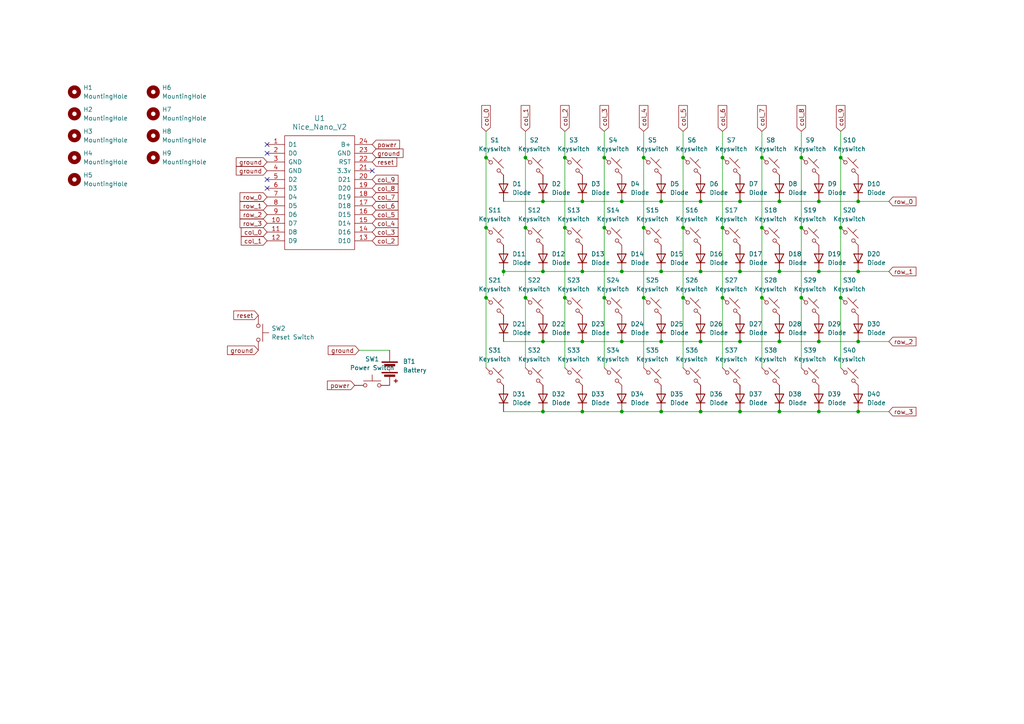
<source format=kicad_sch>
(kicad_sch (version 20250114) (generator "eeschema") (generator_version "9.0")
  (paper "A4")
  (lib_symbols
    (symbol "Device:Battery" (pin_numbers (hide yes)) (pin_names (offset 0) (hide yes))
      (property "Reference" "BT1" (at 3.81 1.8415 0))
      (property "Value" "Battery" (at 3.81 -0.6985 0))
      (symbol "Battery_0_1"
        (rectangle (start -2.286 1.778) (end 2.286 1.524) (fill (type outline)))
        (rectangle (start -2.286 -1.27) (end 2.286 -1.524) (fill (type outline)))
        (rectangle (start -1.524 1.016) (end 1.524 0.508) (fill (type outline)))
        (rectangle (start -1.524 -2.032) (end 1.524 -2.54) (fill (type outline)))
        (polyline (pts (xy 0 1.778) (xy 0 2.54)))
        (polyline (pts (xy 0 0) (xy 0 0.254)))
        (polyline (pts (xy 0 -0.508) (xy 0 -0.254)))
        (polyline (pts (xy 0 -1.016) (xy 0 -0.762)))
        (polyline (pts (xy 1.27 -3.81) (xy 2.286 -3.81)) (stroke (width 0.254)))
        (polyline (pts (xy 1.778 -3.302) (xy 1.778 -4.318)) (stroke (width 0.254)))
      )
      (symbol "Battery_1_1"
        (pin passive line (at 0 5.08 270) (length 2.54) (name "+") (number "1"))
        (pin passive line (at 0 -5.08 90) (length 2.54) (name "-") (number "2"))
      )
    )
    (symbol "Mechanical:MountingHole" (pin_names (offset 1.016))
      (property "Reference" "H" (at 0 5.08 0))
      (property "Value" "MountingHole" (at 0 3.175 0))
      (symbol "MountingHole_0_1"
        (circle (center 0 0) (radius 1.27) (stroke (width 1.27)))
      )
    )
    (symbol "ScottoKeebs:MCU_Nice_Nano_V2" (pin_names (offset 1.016))
      (property "Reference" "U" (at 0 0 0))
      (property "Value" "Nice_Nano_V2" (at 0 -19.05 0))
      (symbol "MCU_Nice_Nano_V2_0_1"
        (rectangle (start -10.16 16.51) (end 10.16 -16.51))
      )
      (symbol "MCU_Nice_Nano_V2_1_1"
        (pin input line (at -15.24 13.97 0) (length 5.08) (name "D1") (number "1"))
        (pin input line (at -15.24 11.43 0) (length 5.08) (name "D0") (number "2"))
        (pin input line (at -15.24 8.89 0) (length 5.08) (name "GND") (number "3"))
        (pin input line (at -15.24 6.35 0) (length 5.08) (name "GND") (number "4"))
        (pin input line (at -15.24 3.81 0) (length 5.08) (name "D2") (number "5"))
        (pin input line (at -15.24 1.27 0) (length 5.08) (name "D3") (number "6"))
        (pin input line (at -15.24 -1.27 0) (length 5.08) (name "D4") (number "7"))
        (pin input line (at -15.24 -3.81 0) (length 5.08) (name "D5") (number "8"))
        (pin input line (at -15.24 -6.35 0) (length 5.08) (name "D6") (number "9"))
        (pin input line (at -15.24 -8.89 0) (length 5.08) (name "D7") (number "10"))
        (pin input line (at -15.24 -11.43 0) (length 5.08) (name "D8") (number "11"))
        (pin input line (at -15.24 -13.97 0) (length 5.08) (name "D9") (number "12"))
        (pin input line (at 15.24 13.97 180) (length 5.08) (name "B+") (number "24"))
        (pin input line (at 15.24 11.43 180) (length 5.08) (name "GND") (number "23"))
        (pin input line (at 15.24 8.89 180) (length 5.08) (name "RST") (number "22"))
        (pin input line (at 15.24 6.35 180) (length 5.08) (name "3.3v") (number "21"))
        (pin input line (at 15.24 3.81 180) (length 5.08) (name "D21") (number "20"))
        (pin input line (at 15.24 1.27 180) (length 5.08) (name "D20") (number "19"))
        (pin input line (at 15.24 -1.27 180) (length 5.08) (name "D19") (number "18"))
        (pin input line (at 15.24 -3.81 180) (length 5.08) (name "D18") (number "17"))
        (pin input line (at 15.24 -6.35 180) (length 5.08) (name "D15") (number "16"))
        (pin input line (at 15.24 -8.89 180) (length 5.08) (name "D14") (number "15"))
        (pin input line (at 15.24 -11.43 180) (length 5.08) (name "D16") (number "14"))
        (pin input line (at 15.24 -13.97 180) (length 5.08) (name "D10") (number "13"))
      )
    )
    (symbol "ScottoKeebs:Placeholder_Diode" (pin_numbers (hide yes)) (pin_names (hide yes))
      (property "Reference" "D" (at 0 2.54 0))
      (property "Value" "Diode" (at 0 -2.54 0))
      (symbol "Placeholder_Diode_0_1"
        (polyline (pts (xy -1.27 1.27) (xy -1.27 -1.27)) (stroke (width 0.254)))
        (polyline (pts (xy 1.27 1.27) (xy 1.27 -1.27) (xy -1.27 0) (xy 1.27 1.27)) (stroke (width 0.254)))
        (polyline (pts (xy 1.27 0) (xy -1.27 0)))
      )
      (symbol "Placeholder_Diode_1_1"
        (pin passive line (at -3.81 0 0) (length 2.54) (name "K") (number "1"))
        (pin passive line (at 3.81 0 180) (length 2.54) (name "A") (number "2"))
      )
    )
    (symbol "ScottoKeebs:Placeholder_Keyswitch" (pin_numbers (hide yes)) (pin_names (offset 1.016) (hide yes))
      (property "Reference" "S" (at 3.048 1.016 0))
      (property "Value" "Keyswitch" (at 0 -3.81 0))
      (symbol "Placeholder_Keyswitch_0_1"
        (polyline (pts (xy -2.54 2.54) (xy -1.524 1.524) (xy -1.524 1.524)))
        (circle (center -1.1684 1.1684) (radius 0.508))
        (polyline (pts (xy -0.508 2.54) (xy 2.54 -0.508)))
        (polyline (pts (xy 1.016 1.016) (xy 2.032 2.032)))
        (circle (center 1.143 -1.1938) (radius 0.508))
        (polyline (pts (xy 1.524 -1.524) (xy 2.54 -2.54) (xy 2.54 -2.54) (xy 2.54 -2.54)))
        (pin passive line (at -2.54 2.54 0) (length 0) (name "1") (number "1"))
        (pin passive line (at 2.54 -2.54 180) (length 0) (name "2") (number "2"))
      )
    )
    (symbol "ScottoKeebs:Placeholder_Switch" (pin_numbers (hide yes)) (pin_names (offset 1.016) (hide yes))
      (property "Reference" "SW" (at 1.27 2.54 0))
      (property "Value" "Switch" (at 0 -1.524 0))
      (symbol "Placeholder_Switch_0_1"
        (circle (center -2.032 0) (radius 0.508))
        (polyline (pts (xy 0 1.27) (xy 0 3.048)))
        (circle (center 2.032 0) (radius 0.508))
        (polyline (pts (xy 2.54 1.27) (xy -2.54 1.27)))
        (pin passive line (at -5.08 0 0) (length 2.54) (name "1") (number "1"))
        (pin passive line (at 5.08 0 180) (length 2.54) (name "2") (number "2"))
      )
    )
  )
  (junction (at 248.92 99.06))
  (junction (at 214.63 99.06))
  (junction (at 140.97 66.04))
  (junction (at 198.12 66.04))
  (junction (at 163.83 45.72))
  (junction (at 168.91 99.06))
  (junction (at 180.34 119.38))
  (junction (at 226.06 99.06))
  (junction (at 163.83 86.36))
  (junction (at 220.98 86.36))
  (junction (at 163.83 66.04))
  (junction (at 191.77 99.06))
  (junction (at 209.55 86.36))
  (junction (at 243.84 45.72))
  (junction (at 226.06 78.74))
  (junction (at 203.2 78.74))
  (junction (at 248.92 78.74))
  (junction (at 232.41 66.04))
  (junction (at 237.49 78.74))
  (junction (at 214.63 119.38))
  (junction (at 191.77 78.74))
  (junction (at 157.48 78.74))
  (junction (at 157.48 58.42))
  (junction (at 180.34 58.42))
  (junction (at 175.26 86.36))
  (junction (at 248.92 119.38))
  (junction (at 209.55 45.72))
  (junction (at 248.92 58.42))
  (junction (at 198.12 45.72))
  (junction (at 226.06 58.42))
  (junction (at 157.48 119.38))
  (junction (at 203.2 58.42))
  (junction (at 180.34 99.06))
  (junction (at 146.05 78.74))
  (junction (at 203.2 99.06))
  (junction (at 243.84 66.04))
  (junction (at 186.69 66.04))
  (junction (at 237.49 58.42))
  (junction (at 209.55 66.04))
  (junction (at 220.98 66.04))
  (junction (at 140.97 86.36))
  (junction (at 186.69 86.36))
  (junction (at 152.4 66.04))
  (junction (at 220.98 45.72))
  (junction (at 168.91 78.74))
  (junction (at 140.97 45.72))
  (junction (at 243.84 86.36))
  (junction (at 180.34 78.74))
  (junction (at 232.41 86.36))
  (junction (at 232.41 45.72))
  (junction (at 214.63 78.74))
  (junction (at 152.4 45.72))
  (junction (at 175.26 45.72))
  (junction (at 198.12 86.36))
  (junction (at 152.4 86.36))
  (junction (at 168.91 58.42))
  (junction (at 237.49 99.06))
  (junction (at 226.06 119.38))
  (junction (at 191.77 58.42))
  (junction (at 214.63 58.42))
  (junction (at 157.48 99.06))
  (junction (at 203.2 119.38))
  (junction (at 186.69 45.72))
  (junction (at 175.26 66.04))
  (junction (at 168.91 119.38))
  (junction (at 237.49 119.38))
  (junction (at 191.77 119.38))
  (no_connect (at 77.47 44.45))
  (no_connect (at 77.47 54.61))
  (no_connect (at 77.47 41.91))
  (no_connect (at 107.95 49.53))
  (no_connect (at 77.47 52.07))
  (wire (pts (xy 214.63 58.42) (xy 226.06 58.42)))
  (wire (pts (xy 232.41 86.36) (xy 232.41 106.68)))
  (wire (pts (xy 243.84 86.36) (xy 243.84 106.68)))
  (wire (pts (xy 175.26 38.1) (xy 175.26 45.72)))
  (wire (pts (xy 203.2 78.74) (xy 191.77 78.74)))
  (wire (pts (xy 237.49 78.74) (xy 226.06 78.74)))
  (wire (pts (xy 146.05 58.42) (xy 157.48 58.42)))
  (wire (pts (xy 152.4 86.36) (xy 152.4 106.68)))
  (wire (pts (xy 248.92 99.06) (xy 257.81 99.06)))
  (wire (pts (xy 220.98 66.04) (xy 220.98 86.36)))
  (wire (pts (xy 157.48 119.38) (xy 168.91 119.38)))
  (wire (pts (xy 248.92 119.38) (xy 257.81 119.38)))
  (wire (pts (xy 157.48 99.06) (xy 168.91 99.06)))
  (wire (pts (xy 104.14 101.6) (xy 113.03 101.6)))
  (wire (pts (xy 209.55 66.04) (xy 209.55 86.36)))
  (wire (pts (xy 237.49 99.06) (xy 248.92 99.06)))
  (wire (pts (xy 180.34 119.38) (xy 191.77 119.38)))
  (wire (pts (xy 152.4 45.72) (xy 152.4 66.04)))
  (wire (pts (xy 214.63 99.06) (xy 226.06 99.06)))
  (wire (pts (xy 232.41 66.04) (xy 232.41 86.36)))
  (wire (pts (xy 243.84 45.72) (xy 243.84 66.04)))
  (wire (pts (xy 198.12 66.04) (xy 198.12 86.36)))
  (wire (pts (xy 191.77 78.74) (xy 180.34 78.74)))
  (wire (pts (xy 243.84 66.04) (xy 243.84 86.36)))
  (wire (pts (xy 186.69 38.1) (xy 186.69 45.72)))
  (wire (pts (xy 226.06 58.42) (xy 237.49 58.42)))
  (wire (pts (xy 203.2 99.06) (xy 214.63 99.06)))
  (wire (pts (xy 198.12 45.72) (xy 198.12 66.04)))
  (wire (pts (xy 220.98 38.1) (xy 220.98 45.72)))
  (wire (pts (xy 180.34 99.06) (xy 191.77 99.06)))
  (wire (pts (xy 243.84 38.1) (xy 243.84 45.72)))
  (wire (pts (xy 257.81 78.74) (xy 248.92 78.74)))
  (wire (pts (xy 191.77 99.06) (xy 203.2 99.06)))
  (wire (pts (xy 237.49 119.38) (xy 248.92 119.38)))
  (wire (pts (xy 191.77 119.38) (xy 203.2 119.38)))
  (wire (pts (xy 191.77 58.42) (xy 203.2 58.42)))
  (wire (pts (xy 186.69 66.04) (xy 186.69 86.36)))
  (wire (pts (xy 168.91 78.74) (xy 157.48 78.74)))
  (wire (pts (xy 248.92 78.74) (xy 237.49 78.74)))
  (wire (pts (xy 146.05 78.74) (xy 146.05 80.01)))
  (wire (pts (xy 214.63 119.38) (xy 226.06 119.38)))
  (wire (pts (xy 140.97 38.1) (xy 140.97 45.72)))
  (wire (pts (xy 140.97 86.36) (xy 140.97 106.68)))
  (wire (pts (xy 168.91 119.38) (xy 180.34 119.38)))
  (wire (pts (xy 157.48 58.42) (xy 168.91 58.42)))
  (wire (pts (xy 209.55 86.36) (xy 209.55 106.68)))
  (wire (pts (xy 146.05 119.38) (xy 157.48 119.38)))
  (wire (pts (xy 214.63 78.74) (xy 203.2 78.74)))
  (wire (pts (xy 198.12 38.1) (xy 198.12 45.72)))
  (wire (pts (xy 226.06 99.06) (xy 237.49 99.06)))
  (wire (pts (xy 157.48 78.74) (xy 146.05 78.74)))
  (wire (pts (xy 180.34 58.42) (xy 191.77 58.42)))
  (wire (pts (xy 198.12 86.36) (xy 198.12 106.68)))
  (wire (pts (xy 152.4 66.04) (xy 152.4 86.36)))
  (wire (pts (xy 209.55 38.1) (xy 209.55 45.72)))
  (wire (pts (xy 226.06 78.74) (xy 214.63 78.74)))
  (wire (pts (xy 203.2 119.38) (xy 214.63 119.38)))
  (wire (pts (xy 220.98 45.72) (xy 220.98 66.04)))
  (wire (pts (xy 175.26 45.72) (xy 175.26 66.04)))
  (wire (pts (xy 175.26 86.36) (xy 175.26 106.68)))
  (wire (pts (xy 209.55 45.72) (xy 209.55 66.04)))
  (wire (pts (xy 232.41 45.72) (xy 232.41 66.04)))
  (wire (pts (xy 232.41 38.1) (xy 232.41 45.72)))
  (wire (pts (xy 180.34 78.74) (xy 168.91 78.74)))
  (wire (pts (xy 140.97 66.04) (xy 140.97 86.36)))
  (wire (pts (xy 186.69 45.72) (xy 186.69 66.04)))
  (wire (pts (xy 163.83 86.36) (xy 163.83 106.68)))
  (wire (pts (xy 237.49 58.42) (xy 248.92 58.42)))
  (wire (pts (xy 163.83 38.1) (xy 163.83 45.72)))
  (wire (pts (xy 186.69 86.36) (xy 186.69 106.68)))
  (wire (pts (xy 163.83 45.72) (xy 163.83 66.04)))
  (wire (pts (xy 152.4 38.1) (xy 152.4 45.72)))
  (wire (pts (xy 175.26 66.04) (xy 175.26 86.36)))
  (wire (pts (xy 140.97 45.72) (xy 140.97 66.04)))
  (wire (pts (xy 248.92 58.42) (xy 257.81 58.42)))
  (wire (pts (xy 203.2 58.42) (xy 214.63 58.42)))
  (wire (pts (xy 220.98 86.36) (xy 220.98 106.68)))
  (wire (pts (xy 168.91 58.42) (xy 180.34 58.42)))
  (wire (pts (xy 226.06 119.38) (xy 237.49 119.38)))
  (wire (pts (xy 168.91 99.06) (xy 180.34 99.06)))
  (wire (pts (xy 146.05 99.06) (xy 157.48 99.06)))
  (wire (pts (xy 163.83 66.04) (xy 163.83 86.36)))
  (global_label "ground" (shape input) (at 77.47 49.53 180) (property "Intersheetrefs" "${INTERSHEET_REFS}" (effects (hide yes))))
  (global_label "col_4" (shape input) (at 186.69 38.1 90) (property "Intersheetrefs" "${INTERSHEET_REFS}" (effects (hide yes))))
  (global_label "col_5" (shape input) (at 198.12 38.1 90) (property "Intersheetrefs" "${INTERSHEET_REFS}" (effects (hide yes))))
  (global_label "power" (shape input) (at 107.95 41.91 0) (property "Intersheetrefs" "${INTERSHEET_REFS}" (effects (hide yes))))
  (global_label "row_0" (shape input) (at 77.47 57.15 180) (property "Intersheetrefs" "${INTERSHEET_REFS}" (effects (hide yes))))
  (global_label "col_6" (shape input) (at 209.55 38.1 90) (property "Intersheetrefs" "${INTERSHEET_REFS}" (effects (hide yes))))
  (global_label "col_1" (shape input) (at 77.47 69.85 180) (property "Intersheetrefs" "${INTERSHEET_REFS}" (effects (hide yes))))
  (global_label "col_7" (shape input) (at 107.95 57.15 0) (property "Intersheetrefs" "${INTERSHEET_REFS}" (effects (hide yes))))
  (global_label "col_5" (shape input) (at 107.95 62.23 0) (property "Intersheetrefs" "${INTERSHEET_REFS}" (effects (hide yes))))
  (global_label "row_2" (shape input) (at 77.47 62.23 180) (property "Intersheetrefs" "${INTERSHEET_REFS}" (effects (hide yes))))
  (global_label "col_3" (shape input) (at 175.26 38.1 90) (property "Intersheetrefs" "${INTERSHEET_REFS}" (effects (hide yes))))
  (global_label "ground" (shape input) (at 77.47 46.99 180) (property "Intersheetrefs" "${INTERSHEET_REFS}" (effects (hide yes))))
  (global_label "col_9" (shape input) (at 243.84 38.1 90) (property "Intersheetrefs" "${INTERSHEET_REFS}" (effects (hide yes))))
  (global_label "ground" (shape input) (at 74.93 101.6 180) (property "Intersheetrefs" "${INTERSHEET_REFS}" (effects (hide yes))))
  (global_label "col_0" (shape input) (at 77.47 67.31 180) (property "Intersheetrefs" "${INTERSHEET_REFS}" (effects (hide yes))))
  (global_label "col_6" (shape input) (at 107.95 59.69 0) (property "Intersheetrefs" "${INTERSHEET_REFS}" (effects (hide yes))))
  (global_label "row_2" (shape input) (at 257.81 99.06 0) (property "Intersheetrefs" "${INTERSHEET_REFS}" (effects (hide yes))))
  (global_label "reset" (shape input) (at 74.93 91.44 180) (property "Intersheetrefs" "${INTERSHEET_REFS}" (effects (hide yes))))
  (global_label "col_7" (shape input) (at 220.98 38.1 90) (property "Intersheetrefs" "${INTERSHEET_REFS}" (effects (hide yes))))
  (global_label "col_2" (shape input) (at 107.95 69.85 0) (property "Intersheetrefs" "${INTERSHEET_REFS}" (effects (hide yes))))
  (global_label "ground" (shape input) (at 107.95 44.45 0) (property "Intersheetrefs" "${INTERSHEET_REFS}" (effects (hide yes))))
  (global_label "col_8" (shape input) (at 107.95 54.61 0) (property "Intersheetrefs" "${INTERSHEET_REFS}" (effects (hide yes))))
  (global_label "row_0" (shape input) (at 257.81 58.42 0) (property "Intersheetrefs" "${INTERSHEET_REFS}" (effects (hide yes))))
  (global_label "row_1" (shape input) (at 77.47 59.69 180) (property "Intersheetrefs" "${INTERSHEET_REFS}" (effects (hide yes))))
  (global_label "col_9" (shape input) (at 107.95 52.07 0) (property "Intersheetrefs" "${INTERSHEET_REFS}" (effects (hide yes))))
  (global_label "col_0" (shape input) (at 140.97 38.1 90) (property "Intersheetrefs" "${INTERSHEET_REFS}" (effects (hide yes))))
  (global_label "ground" (shape input) (at 104.14 101.6 180) (property "Intersheetrefs" "${INTERSHEET_REFS}" (effects (hide yes))))
  (global_label "row_3" (shape input) (at 257.81 119.38 0) (property "Intersheetrefs" "${INTERSHEET_REFS}" (effects (hide yes))))
  (global_label "col_3" (shape input) (at 107.95 67.31 0) (property "Intersheetrefs" "${INTERSHEET_REFS}" (effects (hide yes))))
  (global_label "row_1" (shape input) (at 257.81 78.74 0) (property "Intersheetrefs" "${INTERSHEET_REFS}" (effects (hide yes))))
  (global_label "power" (shape input) (at 102.87 111.76 180) (property "Intersheetrefs" "${INTERSHEET_REFS}" (effects (hide yes))))
  (global_label "col_2" (shape input) (at 163.83 38.1 90) (property "Intersheetrefs" "${INTERSHEET_REFS}" (effects (hide yes))))
  (global_label "row_3" (shape input) (at 77.47 64.77 180) (property "Intersheetrefs" "${INTERSHEET_REFS}" (effects (hide yes))))
  (global_label "col_8" (shape input) (at 232.41 38.1 90) (property "Intersheetrefs" "${INTERSHEET_REFS}" (effects (hide yes))))
  (global_label "reset" (shape input) (at 107.95 46.99 0) (property "Intersheetrefs" "${INTERSHEET_REFS}" (effects (hide yes))))
  (global_label "col_1" (shape input) (at 152.4 38.1 90) (property "Intersheetrefs" "${INTERSHEET_REFS}" (effects (hide yes))))
  (global_label "col_4" (shape input) (at 107.95 64.77 0) (property "Intersheetrefs" "${INTERSHEET_REFS}" (effects (hide yes))))
  (symbol (lib_id "ScottoKeebs:Placeholder_Diode") (at 168.91 54.61 90) (unit 1)
    (property "Reference" "D3" (at 171.45 53.34 90) (effects (justify right)))
    (property "Value" "Diode" (at 171.45 55.88 90) (effects (justify right)))
    (property "Footprint" "ScottoKeebs_Components:Diode_DO-35" (effects (hide yes)))
    (property "Sim.Device" "D" (effects (hide yes)))
    (property "Sim.Pins" "1=K 2=A" (effects (hide yes)))
  )
  (symbol (lib_id "ScottoKeebs:Placeholder_Keyswitch") (at 143.51 88.9 0) (unit 1)
    (property "Reference" "S21" (at 143.51 81.28 0))
    (property "Value" "Keyswitch" (at 143.51 83.82 0))
    (property "Footprint" "ScottoKeebs_MX:MX_PCB_1.00u" (effects (hide yes)))
  )
  (symbol (lib_id "ScottoKeebs:Placeholder_Diode") (at 237.49 54.61 90) (unit 1)
    (property "Reference" "D9" (at 240.03 53.34 90) (effects (justify right)))
    (property "Value" "Diode" (at 240.03 55.88 90) (effects (justify right)))
    (property "Footprint" "ScottoKeebs_Components:Diode_DO-35" (effects (hide yes)))
    (property "Sim.Device" "D" (effects (hide yes)))
    (property "Sim.Pins" "1=K 2=A" (effects (hide yes)))
  )
  (symbol (lib_id "Mechanical:MountingHole") (at 21.59 45.72 0) (unit 1)
    (property "Reference" "H4" (at 24.13 44.45 0) (effects (justify left)))
    (property "Value" "MountingHole" (at 24.13 46.99 0) (effects (justify left)))
    (property "Footprint" "MountingHole:MountingHole_2.2mm_M2_Pad_Via" (effects (hide yes)))
  )
  (symbol (lib_id "ScottoKeebs:Placeholder_Keyswitch") (at 143.51 48.26 0) (unit 1)
    (property "Reference" "S1" (at 143.51 40.64 0))
    (property "Value" "Keyswitch" (at 143.51 43.18 0))
    (property "Footprint" "ScottoKeebs_MX:MX_PCB_1.00u" (effects (hide yes)))
  )
  (symbol (lib_id "ScottoKeebs:Placeholder_Diode") (at 214.63 115.57 90) (unit 1)
    (property "Reference" "D37" (at 217.17 114.3 90) (effects (justify right)))
    (property "Value" "Diode" (at 217.17 116.84 90) (effects (justify right)))
    (property "Footprint" "ScottoKeebs_Components:Diode_DO-35" (effects (hide yes)))
    (property "Sim.Device" "D" (effects (hide yes)))
    (property "Sim.Pins" "1=K 2=A" (effects (hide yes)))
  )
  (symbol (lib_id "Mechanical:MountingHole") (at 44.45 39.37 0) (unit 1)
    (property "Reference" "H8" (at 46.99 38.1 0) (effects (justify left)))
    (property "Value" "MountingHole" (at 46.99 40.64 0) (effects (justify left)))
    (property "Footprint" "MountingHole:MountingHole_2.2mm_M2_ISO14580" (effects (hide yes)))
  )
  (symbol (lib_id "Device:Battery") (at 113.03 106.68 0) (unit 1)
    (property "Reference" "BT1" (at 116.84 104.8385 0) (effects (justify left)))
    (property "Value" "Battery" (at 116.84 107.3785 0) (effects (justify left)))
    (property "Footprint" "Connector_JST:JST_PH_S2B-PH-K_1x02_P2.00mm_Horizontal" (effects (hide yes)))
  )
  (symbol (lib_id "ScottoKeebs:Placeholder_Keyswitch") (at 234.95 48.26 0) (unit 1)
    (property "Reference" "S9" (at 234.95 40.64 0))
    (property "Value" "Keyswitch" (at 234.95 43.18 0))
    (property "Footprint" "ScottoKeebs_MX:MX_PCB_1.00u" (effects (hide yes)))
  )
  (symbol (lib_id "Mechanical:MountingHole") (at 21.59 26.67 0) (unit 1)
    (property "Reference" "H1" (at 24.13 25.4 0) (effects (justify left)))
    (property "Value" "MountingHole" (at 24.13 27.94 0) (effects (justify left)))
    (property "Footprint" "MountingHole:MountingHole_2.2mm_M2_Pad_Via" (effects (hide yes)))
  )
  (symbol (lib_id "ScottoKeebs:Placeholder_Diode") (at 237.49 95.25 90) (unit 1)
    (property "Reference" "D29" (at 240.03 93.98 90) (effects (justify right)))
    (property "Value" "Diode" (at 240.03 96.52 90) (effects (justify right)))
    (property "Footprint" "ScottoKeebs_Components:Diode_DO-35" (effects (hide yes)))
    (property "Sim.Device" "D" (effects (hide yes)))
    (property "Sim.Pins" "1=K 2=A" (effects (hide yes)))
  )
  (symbol (lib_id "ScottoKeebs:Placeholder_Keyswitch") (at 223.52 109.22 0) (unit 1)
    (property "Reference" "S38" (at 223.52 101.6 0))
    (property "Value" "Keyswitch" (at 223.52 104.14 0))
    (property "Footprint" "ScottoKeebs_MX:MX_PCB_1.00u" (effects (hide yes)))
  )
  (symbol (lib_id "ScottoKeebs:Placeholder_Diode") (at 226.06 74.93 90) (unit 1)
    (property "Reference" "D18" (at 228.6 73.66 90) (effects (justify right)))
    (property "Value" "Diode" (at 228.6 76.2 90) (effects (justify right)))
    (property "Footprint" "ScottoKeebs_Components:Diode_DO-35" (effects (hide yes)))
    (property "Sim.Device" "D" (effects (hide yes)))
    (property "Sim.Pins" "1=K 2=A" (effects (hide yes)))
  )
  (symbol (lib_id "ScottoKeebs:Placeholder_Diode") (at 157.48 95.25 90) (unit 1)
    (property "Reference" "D22" (at 160.02 93.98 90) (effects (justify right)))
    (property "Value" "Diode" (at 160.02 96.52 90) (effects (justify right)))
    (property "Footprint" "ScottoKeebs_Components:Diode_DO-35" (effects (hide yes)))
    (property "Sim.Device" "D" (effects (hide yes)))
    (property "Sim.Pins" "1=K 2=A" (effects (hide yes)))
  )
  (symbol (lib_id "ScottoKeebs:Placeholder_Keyswitch") (at 200.66 48.26 0) (unit 1)
    (property "Reference" "S6" (at 200.66 40.64 0))
    (property "Value" "Keyswitch" (at 200.66 43.18 0))
    (property "Footprint" "ScottoKeebs_MX:MX_PCB_1.00u" (effects (hide yes)))
  )
  (symbol (lib_id "ScottoKeebs:Placeholder_Diode") (at 146.05 54.61 90) (unit 1)
    (property "Reference" "D1" (at 148.59 53.34 90) (effects (justify right)))
    (property "Value" "Diode" (at 148.59 55.88 90) (effects (justify right)))
    (property "Footprint" "ScottoKeebs_Components:Diode_DO-35" (effects (hide yes)))
    (property "Sim.Device" "D" (effects (hide yes)))
    (property "Sim.Pins" "1=K 2=A" (effects (hide yes)))
  )
  (symbol (lib_id "ScottoKeebs:Placeholder_Diode") (at 168.91 115.57 90) (unit 1)
    (property "Reference" "D33" (at 171.45 114.3 90) (effects (justify right)))
    (property "Value" "Diode" (at 171.45 116.84 90) (effects (justify right)))
    (property "Footprint" "ScottoKeebs_Components:Diode_DO-35" (effects (hide yes)))
    (property "Sim.Device" "D" (effects (hide yes)))
    (property "Sim.Pins" "1=K 2=A" (effects (hide yes)))
  )
  (symbol (lib_id "ScottoKeebs:Placeholder_Keyswitch") (at 177.8 68.58 0) (unit 1)
    (property "Reference" "S14" (at 177.8 60.96 0))
    (property "Value" "Keyswitch" (at 177.8 63.5 0))
    (property "Footprint" "ScottoKeebs_MX:MX_PCB_1.00u" (effects (hide yes)))
  )
  (symbol (lib_id "ScottoKeebs:MCU_Nice_Nano_V2") (at 92.71 55.88 0) (unit 1)
    (property "Reference" "U1" (at 92.71 34.29 0) (effects (font (size 1.524 1.524))))
    (property "Value" "Nice_Nano_V2" (at 92.71 36.83 0) (effects (font (size 1.524 1.524))))
    (property "Footprint" "ScottoKeebs_MCU:Nice_Nano_V2" (effects (hide yes)))
  )
  (symbol (lib_id "ScottoKeebs:Placeholder_Keyswitch") (at 189.23 48.26 0) (unit 1)
    (property "Reference" "S5" (at 189.23 40.64 0))
    (property "Value" "Keyswitch" (at 189.23 43.18 0))
    (property "Footprint" "ScottoKeebs_MX:MX_PCB_1.00u" (effects (hide yes)))
  )
  (symbol (lib_id "ScottoKeebs:Placeholder_Keyswitch") (at 246.38 68.58 0) (unit 1)
    (property "Reference" "S20" (at 246.38 60.96 0))
    (property "Value" "Keyswitch" (at 246.38 63.5 0))
    (property "Footprint" "ScottoKeebs_MX:MX_PCB_1.00u" (effects (hide yes)))
  )
  (symbol (lib_id "ScottoKeebs:Placeholder_Keyswitch") (at 177.8 48.26 0) (unit 1)
    (property "Reference" "S4" (at 177.8 40.64 0))
    (property "Value" "Keyswitch" (at 177.8 43.18 0))
    (property "Footprint" "ScottoKeebs_MX:MX_PCB_1.00u" (effects (hide yes)))
  )
  (symbol (lib_id "ScottoKeebs:Placeholder_Diode") (at 226.06 54.61 90) (unit 1)
    (property "Reference" "D8" (at 228.6 53.34 90) (effects (justify right)))
    (property "Value" "Diode" (at 228.6 55.88 90) (effects (justify right)))
    (property "Footprint" "ScottoKeebs_Components:Diode_DO-35" (effects (hide yes)))
    (property "Sim.Device" "D" (effects (hide yes)))
    (property "Sim.Pins" "1=K 2=A" (effects (hide yes)))
  )
  (symbol (lib_id "ScottoKeebs:Placeholder_Keyswitch") (at 212.09 48.26 0) (unit 1)
    (property "Reference" "S7" (at 212.09 40.64 0))
    (property "Value" "Keyswitch" (at 212.09 43.18 0))
    (property "Footprint" "ScottoKeebs_MX:MX_PCB_1.00u" (effects (hide yes)))
  )
  (symbol (lib_id "ScottoKeebs:Placeholder_Diode") (at 180.34 115.57 90) (unit 1)
    (property "Reference" "D34" (at 182.88 114.3 90) (effects (justify right)))
    (property "Value" "Diode" (at 182.88 116.84 90) (effects (justify right)))
    (property "Footprint" "ScottoKeebs_Components:Diode_DO-35" (effects (hide yes)))
    (property "Sim.Device" "D" (effects (hide yes)))
    (property "Sim.Pins" "1=K 2=A" (effects (hide yes)))
  )
  (symbol (lib_id "ScottoKeebs:Placeholder_Keyswitch") (at 189.23 109.22 0) (unit 1)
    (property "Reference" "S35" (at 189.23 101.6 0))
    (property "Value" "Keyswitch" (at 189.23 104.14 0))
    (property "Footprint" "ScottoKeebs_MX:MX_PCB_1.00u" (effects (hide yes)))
  )
  (symbol (lib_id "Mechanical:MountingHole") (at 21.59 52.07 0) (unit 1)
    (property "Reference" "H5" (at 24.13 50.8 0) (effects (justify left)))
    (property "Value" "MountingHole" (at 24.13 53.34 0) (effects (justify left)))
    (property "Footprint" "MountingHole:MountingHole_2.2mm_M2_Pad_Via" (effects (hide yes)))
  )
  (symbol (lib_id "ScottoKeebs:Placeholder_Keyswitch") (at 189.23 88.9 0) (unit 1)
    (property "Reference" "S25" (at 189.23 81.28 0))
    (property "Value" "Keyswitch" (at 189.23 83.82 0))
    (property "Footprint" "ScottoKeebs_MX:MX_PCB_1.00u" (effects (hide yes)))
  )
  (symbol (lib_id "ScottoKeebs:Placeholder_Diode") (at 180.34 54.61 90) (unit 1)
    (property "Reference" "D4" (at 182.88 53.34 90) (effects (justify right)))
    (property "Value" "Diode" (at 182.88 55.88 90) (effects (justify right)))
    (property "Footprint" "ScottoKeebs_Components:Diode_DO-35" (effects (hide yes)))
    (property "Sim.Device" "D" (effects (hide yes)))
    (property "Sim.Pins" "1=K 2=A" (effects (hide yes)))
  )
  (symbol (lib_id "ScottoKeebs:Placeholder_Diode") (at 248.92 54.61 90) (unit 1)
    (property "Reference" "D10" (at 251.46 53.34 90) (effects (justify right)))
    (property "Value" "Diode" (at 251.46 55.88 90) (effects (justify right)))
    (property "Footprint" "ScottoKeebs_Components:Diode_DO-35" (effects (hide yes)))
    (property "Sim.Device" "D" (effects (hide yes)))
    (property "Sim.Pins" "1=K 2=A" (effects (hide yes)))
  )
  (symbol (lib_id "ScottoKeebs:Placeholder_Diode") (at 203.2 115.57 90) (unit 1)
    (property "Reference" "D36" (at 205.74 114.3 90) (effects (justify right)))
    (property "Value" "Diode" (at 205.74 116.84 90) (effects (justify right)))
    (property "Footprint" "ScottoKeebs_Components:Diode_DO-35" (effects (hide yes)))
    (property "Sim.Device" "D" (effects (hide yes)))
    (property "Sim.Pins" "1=K 2=A" (effects (hide yes)))
  )
  (symbol (lib_id "ScottoKeebs:Placeholder_Diode") (at 191.77 74.93 90) (unit 1)
    (property "Reference" "D15" (at 194.31 73.66 90) (effects (justify right)))
    (property "Value" "Diode" (at 194.31 76.2 90) (effects (justify right)))
    (property "Footprint" "ScottoKeebs_Components:Diode_DO-35" (effects (hide yes)))
    (property "Sim.Device" "D" (effects (hide yes)))
    (property "Sim.Pins" "1=K 2=A" (effects (hide yes)))
  )
  (symbol (lib_id "ScottoKeebs:Placeholder_Keyswitch") (at 212.09 109.22 0) (unit 1)
    (property "Reference" "S37" (at 212.09 101.6 0))
    (property "Value" "Keyswitch" (at 212.09 104.14 0))
    (property "Footprint" "ScottoKeebs_MX:MX_PCB_1.00u" (effects (hide yes)))
  )
  (symbol (lib_id "ScottoKeebs:Placeholder_Diode") (at 203.2 74.93 90) (unit 1)
    (property "Reference" "D16" (at 205.74 73.66 90) (effects (justify right)))
    (property "Value" "Diode" (at 205.74 76.2 90) (effects (justify right)))
    (property "Footprint" "ScottoKeebs_Components:Diode_DO-35" (effects (hide yes)))
    (property "Sim.Device" "D" (effects (hide yes)))
    (property "Sim.Pins" "1=K 2=A" (effects (hide yes)))
  )
  (symbol (lib_id "ScottoKeebs:Placeholder_Diode") (at 237.49 74.93 90) (unit 1)
    (property "Reference" "D19" (at 240.03 73.66 90) (effects (justify right)))
    (property "Value" "Diode" (at 240.03 76.2 90) (effects (justify right)))
    (property "Footprint" "ScottoKeebs_Components:Diode_DO-35" (effects (hide yes)))
    (property "Sim.Device" "D" (effects (hide yes)))
    (property "Sim.Pins" "1=K 2=A" (effects (hide yes)))
  )
  (symbol (lib_id "ScottoKeebs:Placeholder_Keyswitch") (at 143.51 68.58 0) (unit 1)
    (property "Reference" "S11" (at 143.51 60.96 0))
    (property "Value" "Keyswitch" (at 143.51 63.5 0))
    (property "Footprint" "ScottoKeebs_MX:MX_PCB_1.00u" (effects (hide yes)))
  )
  (symbol (lib_id "ScottoKeebs:Placeholder_Keyswitch") (at 223.52 88.9 0) (unit 1)
    (property "Reference" "S28" (at 223.52 81.28 0))
    (property "Value" "Keyswitch" (at 223.52 83.82 0))
    (property "Footprint" "ScottoKeebs_MX:MX_PCB_1.00u" (effects (hide yes)))
  )
  (symbol (lib_id "ScottoKeebs:Placeholder_Diode") (at 191.77 115.57 90) (unit 1)
    (property "Reference" "D35" (at 194.31 114.3 90) (effects (justify right)))
    (property "Value" "Diode" (at 194.31 116.84 90) (effects (justify right)))
    (property "Footprint" "ScottoKeebs_Components:Diode_DO-35" (effects (hide yes)))
    (property "Sim.Device" "D" (effects (hide yes)))
    (property "Sim.Pins" "1=K 2=A" (effects (hide yes)))
  )
  (symbol (lib_id "ScottoKeebs:Placeholder_Keyswitch") (at 154.94 109.22 0) (unit 1)
    (property "Reference" "S32" (at 154.94 101.6 0))
    (property "Value" "Keyswitch" (at 154.94 104.14 0))
    (property "Footprint" "ScottoKeebs_MX:MX_PCB_1.00u" (effects (hide yes)))
  )
  (symbol (lib_id "ScottoKeebs:Placeholder_Diode") (at 214.63 54.61 90) (unit 1)
    (property "Reference" "D7" (at 217.17 53.34 90) (effects (justify right)))
    (property "Value" "Diode" (at 217.17 55.88 90) (effects (justify right)))
    (property "Footprint" "ScottoKeebs_Components:Diode_DO-35" (effects (hide yes)))
    (property "Sim.Device" "D" (effects (hide yes)))
    (property "Sim.Pins" "1=K 2=A" (effects (hide yes)))
  )
  (symbol (lib_id "Mechanical:MountingHole") (at 21.59 33.02 0) (unit 1)
    (property "Reference" "H2" (at 24.13 31.75 0) (effects (justify left)))
    (property "Value" "MountingHole" (at 24.13 34.29 0) (effects (justify left)))
    (property "Footprint" "MountingHole:MountingHole_2.2mm_M2_Pad_Via" (effects (hide yes)))
  )
  (symbol (lib_id "ScottoKeebs:Placeholder_Diode") (at 191.77 54.61 90) (unit 1)
    (property "Reference" "D5" (at 194.31 53.34 90) (effects (justify right)))
    (property "Value" "Diode" (at 194.31 55.88 90) (effects (justify right)))
    (property "Footprint" "ScottoKeebs_Components:Diode_DO-35" (effects (hide yes)))
    (property "Sim.Device" "D" (effects (hide yes)))
    (property "Sim.Pins" "1=K 2=A" (effects (hide yes)))
  )
  (symbol (lib_id "ScottoKeebs:Placeholder_Diode") (at 203.2 95.25 90) (unit 1)
    (property "Reference" "D26" (at 205.74 93.98 90) (effects (justify right)))
    (property "Value" "Diode" (at 205.74 96.52 90) (effects (justify right)))
    (property "Footprint" "ScottoKeebs_Components:Diode_DO-35" (effects (hide yes)))
    (property "Sim.Device" "D" (effects (hide yes)))
    (property "Sim.Pins" "1=K 2=A" (effects (hide yes)))
  )
  (symbol (lib_id "ScottoKeebs:Placeholder_Diode") (at 180.34 74.93 90) (unit 1)
    (property "Reference" "D14" (at 182.88 73.66 90) (effects (justify right)))
    (property "Value" "Diode" (at 182.88 76.2 90) (effects (justify right)))
    (property "Footprint" "ScottoKeebs_Components:Diode_DO-35" (effects (hide yes)))
    (property "Sim.Device" "D" (effects (hide yes)))
    (property "Sim.Pins" "1=K 2=A" (effects (hide yes)))
  )
  (symbol (lib_id "Mechanical:MountingHole") (at 44.45 26.67 0) (unit 1)
    (property "Reference" "H6" (at 46.99 25.4 0) (effects (justify left)))
    (property "Value" "MountingHole" (at 46.99 27.94 0) (effects (justify left)))
    (property "Footprint" "MountingHole:MountingHole_2.2mm_M2_ISO14580" (effects (hide yes)))
  )
  (symbol (lib_id "ScottoKeebs:Placeholder_Keyswitch") (at 246.38 88.9 0) (unit 1)
    (property "Reference" "S30" (at 246.38 81.28 0))
    (property "Value" "Keyswitch" (at 246.38 83.82 0))
    (property "Footprint" "ScottoKeebs_MX:MX_PCB_1.00u" (effects (hide yes)))
  )
  (symbol (lib_id "ScottoKeebs:Placeholder_Diode") (at 237.49 115.57 90) (unit 1)
    (property "Reference" "D39" (at 240.03 114.3 90) (effects (justify right)))
    (property "Value" "Diode" (at 240.03 116.84 90) (effects (justify right)))
    (property "Footprint" "ScottoKeebs_Components:Diode_DO-35" (effects (hide yes)))
    (property "Sim.Device" "D" (effects (hide yes)))
    (property "Sim.Pins" "1=K 2=A" (effects (hide yes)))
  )
  (symbol (lib_id "ScottoKeebs:Placeholder_Keyswitch") (at 189.23 68.58 0) (unit 1)
    (property "Reference" "S15" (at 189.23 60.96 0))
    (property "Value" "Keyswitch" (at 189.23 63.5 0))
    (property "Footprint" "ScottoKeebs_MX:MX_PCB_1.00u" (effects (hide yes)))
  )
  (symbol (lib_id "Mechanical:MountingHole") (at 21.59 39.37 0) (unit 1)
    (property "Reference" "H3" (at 24.13 38.1 0) (effects (justify left)))
    (property "Value" "MountingHole" (at 24.13 40.64 0) (effects (justify left)))
    (property "Footprint" "MountingHole:MountingHole_2.2mm_M2_Pad_Via" (effects (hide yes)))
  )
  (symbol (lib_id "ScottoKeebs:Placeholder_Diode") (at 203.2 54.61 90) (unit 1)
    (property "Reference" "D6" (at 205.74 53.34 90) (effects (justify right)))
    (property "Value" "Diode" (at 205.74 55.88 90) (effects (justify right)))
    (property "Footprint" "ScottoKeebs_Components:Diode_DO-35" (effects (hide yes)))
    (property "Sim.Device" "D" (effects (hide yes)))
    (property "Sim.Pins" "1=K 2=A" (effects (hide yes)))
  )
  (symbol (lib_id "ScottoKeebs:Placeholder_Keyswitch") (at 246.38 48.26 0) (unit 1)
    (property "Reference" "S10" (at 246.38 40.64 0))
    (property "Value" "Keyswitch" (at 246.38 43.18 0))
    (property "Footprint" "ScottoKeebs_MX:MX_PCB_1.00u" (effects (hide yes)))
  )
  (symbol (lib_id "ScottoKeebs:Placeholder_Diode") (at 168.91 95.25 90) (unit 1)
    (property "Reference" "D23" (at 171.45 93.98 90) (effects (justify right)))
    (property "Value" "Diode" (at 171.45 96.52 90) (effects (justify right)))
    (property "Footprint" "ScottoKeebs_Components:Diode_DO-35" (effects (hide yes)))
    (property "Sim.Device" "D" (effects (hide yes)))
    (property "Sim.Pins" "1=K 2=A" (effects (hide yes)))
  )
  (symbol (lib_id "ScottoKeebs:Placeholder_Diode") (at 180.34 95.25 90) (unit 1)
    (property "Reference" "D24" (at 182.88 93.98 90) (effects (justify right)))
    (property "Value" "Diode" (at 182.88 96.52 90) (effects (justify right)))
    (property "Footprint" "ScottoKeebs_Components:Diode_DO-35" (effects (hide yes)))
    (property "Sim.Device" "D" (effects (hide yes)))
    (property "Sim.Pins" "1=K 2=A" (effects (hide yes)))
  )
  (symbol (lib_id "ScottoKeebs:Placeholder_Keyswitch") (at 246.38 109.22 0) (unit 1)
    (property "Reference" "S40" (at 246.38 101.6 0))
    (property "Value" "Keyswitch" (at 246.38 104.14 0))
    (property "Footprint" "ScottoKeebs_MX:MX_PCB_1.00u" (effects (hide yes)))
  )
  (symbol (lib_id "ScottoKeebs:Placeholder_Diode") (at 214.63 95.25 90) (unit 1)
    (property "Reference" "D27" (at 217.17 93.98 90) (effects (justify right)))
    (property "Value" "Diode" (at 217.17 96.52 90) (effects (justify right)))
    (property "Footprint" "ScottoKeebs_Components:Diode_DO-35" (effects (hide yes)))
    (property "Sim.Device" "D" (effects (hide yes)))
    (property "Sim.Pins" "1=K 2=A" (effects (hide yes)))
  )
  (symbol (lib_id "ScottoKeebs:Placeholder_Keyswitch") (at 166.37 48.26 0) (unit 1)
    (property "Reference" "S3" (at 166.37 40.64 0))
    (property "Value" "Keyswitch" (at 166.37 43.18 0))
    (property "Footprint" "ScottoKeebs_MX:MX_PCB_1.00u" (effects (hide yes)))
  )
  (symbol (lib_id "ScottoKeebs:Placeholder_Keyswitch") (at 223.52 68.58 0) (unit 1)
    (property "Reference" "S18" (at 223.52 60.96 0))
    (property "Value" "Keyswitch" (at 223.52 63.5 0))
    (property "Footprint" "ScottoKeebs_MX:MX_PCB_1.00u" (effects (hide yes)))
  )
  (symbol (lib_id "ScottoKeebs:Placeholder_Diode") (at 226.06 95.25 90) (unit 1)
    (property "Reference" "D28" (at 228.6 93.98 90) (effects (justify right)))
    (property "Value" "Diode" (at 228.6 96.52 90) (effects (justify right)))
    (property "Footprint" "ScottoKeebs_Components:Diode_DO-35" (effects (hide yes)))
    (property "Sim.Device" "D" (effects (hide yes)))
    (property "Sim.Pins" "1=K 2=A" (effects (hide yes)))
  )
  (symbol (lib_id "ScottoKeebs:Placeholder_Keyswitch") (at 154.94 68.58 0) (unit 1)
    (property "Reference" "S12" (at 154.94 60.96 0))
    (property "Value" "Keyswitch" (at 154.94 63.5 0))
    (property "Footprint" "ScottoKeebs_MX:MX_PCB_1.00u" (effects (hide yes)))
  )
  (symbol (lib_id "ScottoKeebs:Placeholder_Keyswitch") (at 166.37 68.58 0) (unit 1)
    (property "Reference" "S13" (at 166.37 60.96 0))
    (property "Value" "Keyswitch" (at 166.37 63.5 0))
    (property "Footprint" "ScottoKeebs_MX:MX_PCB_1.00u" (effects (hide yes)))
  )
  (symbol (lib_id "ScottoKeebs:Placeholder_Diode") (at 248.92 95.25 90) (unit 1)
    (property "Reference" "D30" (at 251.46 93.98 90) (effects (justify right)))
    (property "Value" "Diode" (at 251.46 96.52 90) (effects (justify right)))
    (property "Footprint" "ScottoKeebs_Components:Diode_DO-35" (effects (hide yes)))
    (property "Sim.Device" "D" (effects (hide yes)))
    (property "Sim.Pins" "1=K 2=A" (effects (hide yes)))
  )
  (symbol (lib_id "ScottoKeebs:Placeholder_Diode") (at 146.05 74.93 90) (unit 1)
    (property "Reference" "D11" (at 148.59 73.66 90) (effects (justify right)))
    (property "Value" "Diode" (at 148.59 76.2 90) (effects (justify right)))
    (property "Footprint" "ScottoKeebs_Components:Diode_DO-35" (effects (hide yes)))
    (property "Sim.Device" "D" (effects (hide yes)))
    (property "Sim.Pins" "1=K 2=A" (effects (hide yes)))
  )
  (symbol (lib_id "ScottoKeebs:Placeholder_Diode") (at 191.77 95.25 90) (unit 1)
    (property "Reference" "D25" (at 194.31 93.98 90) (effects (justify right)))
    (property "Value" "Diode" (at 194.31 96.52 90) (effects (justify right)))
    (property "Footprint" "ScottoKeebs_Components:Diode_DO-35" (effects (hide yes)))
    (property "Sim.Device" "D" (effects (hide yes)))
    (property "Sim.Pins" "1=K 2=A" (effects (hide yes)))
  )
  (symbol (lib_id "ScottoKeebs:Placeholder_Keyswitch") (at 212.09 88.9 0) (unit 1)
    (property "Reference" "S27" (at 212.09 81.28 0))
    (property "Value" "Keyswitch" (at 212.09 83.82 0))
    (property "Footprint" "ScottoKeebs_MX:MX_PCB_1.00u" (effects (hide yes)))
  )
  (symbol (lib_id "ScottoKeebs:Placeholder_Diode") (at 157.48 115.57 90) (unit 1)
    (property "Reference" "D32" (at 160.02 114.3 90) (effects (justify right)))
    (property "Value" "Diode" (at 160.02 116.84 90) (effects (justify right)))
    (property "Footprint" "ScottoKeebs_Components:Diode_DO-35" (effects (hide yes)))
    (property "Sim.Device" "D" (effects (hide yes)))
    (property "Sim.Pins" "1=K 2=A" (effects (hide yes)))
  )
  (symbol (lib_id "ScottoKeebs:Placeholder_Keyswitch") (at 154.94 48.26 0) (unit 1)
    (property "Reference" "S2" (at 154.94 40.64 0))
    (property "Value" "Keyswitch" (at 154.94 43.18 0))
    (property "Footprint" "ScottoKeebs_MX:MX_PCB_1.00u" (effects (hide yes)))
  )
  (symbol (lib_id "Mechanical:MountingHole") (at 44.45 45.72 0) (unit 1)
    (property "Reference" "H9" (at 46.99 44.45 0) (effects (justify left)))
    (property "Value" "MountingHole" (at 46.99 46.99 0) (effects (justify left)))
    (property "Footprint" "MountingHole:MountingHole_2.2mm_M2_ISO14580" (effects (hide yes)))
  )
  (symbol (lib_id "ScottoKeebs:Placeholder_Keyswitch") (at 234.95 109.22 0) (unit 1)
    (property "Reference" "S39" (at 234.95 101.6 0))
    (property "Value" "Keyswitch" (at 234.95 104.14 0))
    (property "Footprint" "ScottoKeebs_MX:MX_PCB_1.00u" (effects (hide yes)))
  )
  (symbol (lib_id "ScottoKeebs:Placeholder_Diode") (at 168.91 74.93 90) (unit 1)
    (property "Reference" "D13" (at 171.45 73.66 90) (effects (justify right)))
    (property "Value" "Diode" (at 171.45 76.2 90) (effects (justify right)))
    (property "Footprint" "ScottoKeebs_Components:Diode_DO-35" (effects (hide yes)))
    (property "Sim.Device" "D" (effects (hide yes)))
    (property "Sim.Pins" "1=K 2=A" (effects (hide yes)))
  )
  (symbol (lib_id "ScottoKeebs:Placeholder_Keyswitch") (at 177.8 109.22 0) (unit 1)
    (property "Reference" "S34" (at 177.8 101.6 0))
    (property "Value" "Keyswitch" (at 177.8 104.14 0))
    (property "Footprint" "ScottoKeebs_MX:MX_PCB_1.00u" (effects (hide yes)))
  )
  (symbol (lib_id "ScottoKeebs:Placeholder_Keyswitch") (at 177.8 88.9 0) (unit 1)
    (property "Reference" "S24" (at 177.8 81.28 0))
    (property "Value" "Keyswitch" (at 177.8 83.82 0))
    (property "Footprint" "ScottoKeebs_MX:MX_PCB_1.00u" (effects (hide yes)))
  )
  (symbol (lib_id "ScottoKeebs:Placeholder_Diode") (at 157.48 74.93 90) (unit 1)
    (property "Reference" "D12" (at 160.02 73.66 90) (effects (justify right)))
    (property "Value" "Diode" (at 160.02 76.2 90) (effects (justify right)))
    (property "Footprint" "ScottoKeebs_Components:Diode_DO-35" (effects (hide yes)))
    (property "Sim.Device" "D" (effects (hide yes)))
    (property "Sim.Pins" "1=K 2=A" (effects (hide yes)))
  )
  (symbol (lib_id "ScottoKeebs:Placeholder_Keyswitch") (at 154.94 88.9 0) (unit 1)
    (property "Reference" "S22" (at 154.94 81.28 0))
    (property "Value" "Keyswitch" (at 154.94 83.82 0))
    (property "Footprint" "ScottoKeebs_MX:MX_PCB_1.00u" (effects (hide yes)))
  )
  (symbol (lib_id "ScottoKeebs:Placeholder_Keyswitch") (at 200.66 68.58 0) (unit 1)
    (property "Reference" "S16" (at 200.66 60.96 0))
    (property "Value" "Keyswitch" (at 200.66 63.5 0))
    (property "Footprint" "ScottoKeebs_MX:MX_PCB_1.00u" (effects (hide yes)))
  )
  (symbol (lib_id "ScottoKeebs:Placeholder_Keyswitch") (at 223.52 48.26 0) (unit 1)
    (property "Reference" "S8" (at 223.52 40.64 0))
    (property "Value" "Keyswitch" (at 223.52 43.18 0))
    (property "Footprint" "ScottoKeebs_MX:MX_PCB_1.00u" (effects (hide yes)))
  )
  (symbol (lib_id "ScottoKeebs:Placeholder_Keyswitch") (at 200.66 88.9 0) (unit 1)
    (property "Reference" "S26" (at 200.66 81.28 0))
    (property "Value" "Keyswitch" (at 200.66 83.82 0))
    (property "Footprint" "ScottoKeebs_MX:MX_PCB_1.00u" (effects (hide yes)))
  )
  (symbol (lib_id "ScottoKeebs:Placeholder_Keyswitch") (at 212.09 68.58 0) (unit 1)
    (property "Reference" "S17" (at 212.09 60.96 0))
    (property "Value" "Keyswitch" (at 212.09 63.5 0))
    (property "Footprint" "ScottoKeebs_MX:MX_PCB_1.00u" (effects (hide yes)))
  )
  (symbol (lib_id "ScottoKeebs:Placeholder_Diode") (at 146.05 95.25 90) (unit 1)
    (property "Reference" "D21" (at 148.59 93.98 90) (effects (justify right)))
    (property "Value" "Diode" (at 148.59 96.52 90) (effects (justify right)))
    (property "Footprint" "ScottoKeebs_Components:Diode_DO-35" (effects (hide yes)))
    (property "Sim.Device" "D" (effects (hide yes)))
    (property "Sim.Pins" "1=K 2=A" (effects (hide yes)))
  )
  (symbol (lib_id "ScottoKeebs:Placeholder_Keyswitch") (at 200.66 109.22 0) (unit 1)
    (property "Reference" "S36" (at 200.66 101.6 0))
    (property "Value" "Keyswitch" (at 200.66 104.14 0))
    (property "Footprint" "ScottoKeebs_MX:MX_PCB_1.00u" (effects (hide yes)))
  )
  (symbol (lib_id "ScottoKeebs:Placeholder_Keyswitch") (at 234.95 88.9 0) (unit 1)
    (property "Reference" "S29" (at 234.95 81.28 0))
    (property "Value" "Keyswitch" (at 234.95 83.82 0))
    (property "Footprint" "ScottoKeebs_MX:MX_PCB_1.00u" (effects (hide yes)))
  )
  (symbol (lib_id "ScottoKeebs:Placeholder_Keyswitch") (at 166.37 109.22 0) (unit 1)
    (property "Reference" "S33" (at 166.37 101.6 0))
    (property "Value" "Keyswitch" (at 166.37 104.14 0))
    (property "Footprint" "ScottoKeebs_MX:MX_PCB_1.00u" (effects (hide yes)))
  )
  (symbol (lib_id "ScottoKeebs:Placeholder_Diode") (at 146.05 115.57 90) (unit 1)
    (property "Reference" "D31" (at 148.59 114.3 90) (effects (justify right)))
    (property "Value" "Diode" (at 148.59 116.84 90) (effects (justify right)))
    (property "Footprint" "ScottoKeebs_Components:Diode_DO-35" (effects (hide yes)))
    (property "Sim.Device" "D" (effects (hide yes)))
    (property "Sim.Pins" "1=K 2=A" (effects (hide yes)))
  )
  (symbol (lib_id "ScottoKeebs:Placeholder_Keyswitch") (at 234.95 68.58 0) (unit 1)
    (property "Reference" "S19" (at 234.95 60.96 0))
    (property "Value" "Keyswitch" (at 234.95 63.5 0))
    (property "Footprint" "ScottoKeebs_MX:MX_PCB_1.00u" (effects (hide yes)))
  )
  (symbol (lib_id "ScottoKeebs:Placeholder_Switch") (at 107.95 111.76 0) (unit 1)
    (property "Reference" "SW1" (at 107.95 104.14 0))
    (property "Value" "Power Switch" (at 107.95 106.68 0))
    (property "Footprint" "Button_Switch_THT:SW_CuK_OS102011MA1QN1_SPDT_Angled" (effects (hide yes)))
  )
  (symbol (lib_id "ScottoKeebs:Placeholder_Diode") (at 226.06 115.57 90) (unit 1)
    (property "Reference" "D38" (at 228.6 114.3 90) (effects (justify right)))
    (property "Value" "Diode" (at 228.6 116.84 90) (effects (justify right)))
    (property "Footprint" "ScottoKeebs_Components:Diode_DO-35" (effects (hide yes)))
    (property "Sim.Device" "D" (effects (hide yes)))
    (property "Sim.Pins" "1=K 2=A" (effects (hide yes)))
  )
  (symbol (lib_id "ScottoKeebs:Placeholder_Switch") (at 74.93 96.52 270) (unit 1)
    (property "Reference" "SW2" (at 78.74 95.25 90) (effects (justify left)))
    (property "Value" "Reset Switch" (at 78.74 97.79 90) (effects (justify left)))
    (property "Footprint" "Button_Switch_THT:SW_TH_Tactile_Omron_B3F-10xx" (effects (hide yes)))
  )
  (symbol (lib_id "ScottoKeebs:Placeholder_Diode") (at 214.63 74.93 90) (unit 1)
    (property "Reference" "D17" (at 217.17 73.66 90) (effects (justify right)))
    (property "Value" "Diode" (at 217.17 76.2 90) (effects (justify right)))
    (property "Footprint" "ScottoKeebs_Components:Diode_DO-35" (effects (hide yes)))
    (property "Sim.Device" "D" (effects (hide yes)))
    (property "Sim.Pins" "1=K 2=A" (effects (hide yes)))
  )
  (symbol (lib_id "Mechanical:MountingHole") (at 44.45 33.02 0) (unit 1)
    (property "Reference" "H7" (at 46.99 31.75 0) (effects (justify left)))
    (property "Value" "MountingHole" (at 46.99 34.29 0) (effects (justify left)))
    (property "Footprint" "MountingHole:MountingHole_2.2mm_M2_ISO14580" (effects (hide yes)))
  )
  (symbol (lib_id "ScottoKeebs:Placeholder_Keyswitch") (at 143.51 109.22 0) (unit 1)
    (property "Reference" "S31" (at 143.51 101.6 0))
    (property "Value" "Keyswitch" (at 143.51 104.14 0))
    (property "Footprint" "ScottoKeebs_MX:MX_PCB_1.00u" (effects (hide yes)))
  )
  (symbol (lib_id "ScottoKeebs:Placeholder_Diode") (at 157.48 54.61 90) (unit 1)
    (property "Reference" "D2" (at 160.02 53.34 90) (effects (justify right)))
    (property "Value" "Diode" (at 160.02 55.88 90) (effects (justify right)))
    (property "Footprint" "ScottoKeebs_Components:Diode_DO-35" (effects (hide yes)))
    (property "Sim.Device" "D" (effects (hide yes)))
    (property "Sim.Pins" "1=K 2=A" (effects (hide yes)))
  )
  (symbol (lib_id "ScottoKeebs:Placeholder_Diode") (at 248.92 115.57 90) (unit 1)
    (property "Reference" "D40" (at 251.46 114.3 90) (effects (justify right)))
    (property "Value" "Diode" (at 251.46 116.84 90) (effects (justify right)))
    (property "Footprint" "ScottoKeebs_Components:Diode_DO-35" (effects (hide yes)))
    (property "Sim.Device" "D" (effects (hide yes)))
    (property "Sim.Pins" "1=K 2=A" (effects (hide yes)))
  )
  (symbol (lib_id "ScottoKeebs:Placeholder_Keyswitch") (at 166.37 88.9 0) (unit 1)
    (property "Reference" "S23" (at 166.37 81.28 0))
    (property "Value" "Keyswitch" (at 166.37 83.82 0))
    (property "Footprint" "ScottoKeebs_MX:MX_PCB_1.00u" (effects (hide yes)))
  )
  (symbol (lib_id "ScottoKeebs:Placeholder_Diode") (at 248.92 74.93 90) (unit 1)
    (property "Reference" "D20" (at 251.46 73.66 90) (effects (justify right)))
    (property "Value" "Diode" (at 251.46 76.2 90) (effects (justify right)))
    (property "Footprint" "ScottoKeebs_Components:Diode_DO-35" (effects (hide yes)))
    (property "Sim.Device" "D" (effects (hide yes)))
    (property "Sim.Pins" "1=K 2=A" (effects (hide yes)))
  )
)
</source>
